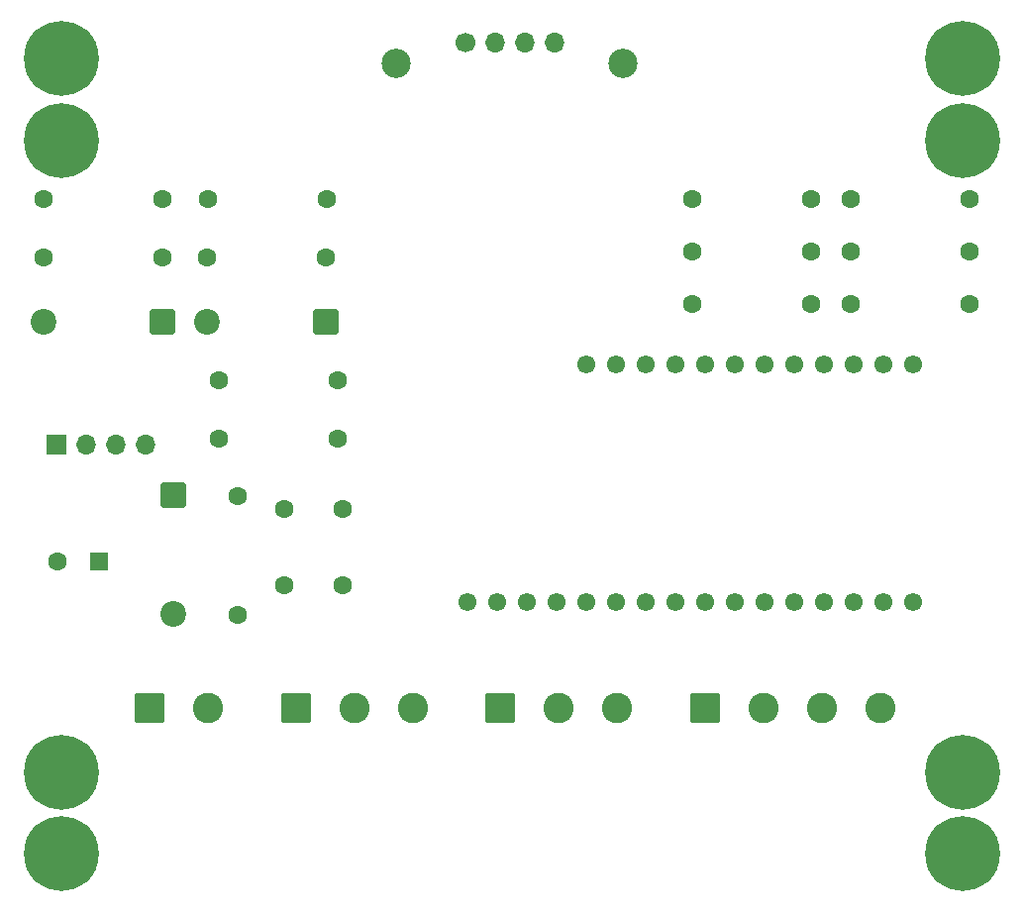
<source format=gbr>
%TF.GenerationSoftware,KiCad,Pcbnew,9.0.7*%
%TF.CreationDate,2026-02-23T21:28:53+11:00*%
%TF.ProjectId,esphome-sensor,65737068-6f6d-4652-9d73-656e736f722e,rev?*%
%TF.SameCoordinates,Original*%
%TF.FileFunction,Soldermask,Bot*%
%TF.FilePolarity,Negative*%
%FSLAX46Y46*%
G04 Gerber Fmt 4.6, Leading zero omitted, Abs format (unit mm)*
G04 Created by KiCad (PCBNEW 9.0.7) date 2026-02-23 21:28:53*
%MOMM*%
%LPD*%
G01*
G04 APERTURE LIST*
G04 Aperture macros list*
%AMRoundRect*
0 Rectangle with rounded corners*
0 $1 Rounding radius*
0 $2 $3 $4 $5 $6 $7 $8 $9 X,Y pos of 4 corners*
0 Add a 4 corners polygon primitive as box body*
4,1,4,$2,$3,$4,$5,$6,$7,$8,$9,$2,$3,0*
0 Add four circle primitives for the rounded corners*
1,1,$1+$1,$2,$3*
1,1,$1+$1,$4,$5*
1,1,$1+$1,$6,$7*
1,1,$1+$1,$8,$9*
0 Add four rect primitives between the rounded corners*
20,1,$1+$1,$2,$3,$4,$5,0*
20,1,$1+$1,$4,$5,$6,$7,0*
20,1,$1+$1,$6,$7,$8,$9,0*
20,1,$1+$1,$8,$9,$2,$3,0*%
G04 Aperture macros list end*
%ADD10C,6.400000*%
%ADD11C,1.600000*%
%ADD12RoundRect,0.250000X0.550000X0.550000X-0.550000X0.550000X-0.550000X-0.550000X0.550000X-0.550000X0*%
%ADD13R,1.700000X1.700000*%
%ADD14O,1.700000X1.700000*%
%ADD15RoundRect,0.250000X-1.050000X-1.050000X1.050000X-1.050000X1.050000X1.050000X-1.050000X1.050000X0*%
%ADD16C,2.600000*%
%ADD17RoundRect,0.249999X-0.850001X0.850001X-0.850001X-0.850001X0.850001X-0.850001X0.850001X0.850001X0*%
%ADD18C,2.200000*%
%ADD19C,2.500000*%
%ADD20C,1.700000*%
%ADD21C,1.550800*%
%ADD22RoundRect,0.249999X0.850001X0.850001X-0.850001X0.850001X-0.850001X-0.850001X0.850001X-0.850001X0*%
G04 APERTURE END LIST*
D10*
%TO.C,H8*%
X127000000Y-111000000D03*
%TD*%
%TO.C,H7*%
X50000000Y-111000000D03*
%TD*%
%TO.C,H6*%
X127000000Y-57000000D03*
%TD*%
%TO.C,H5*%
X50000000Y-57000000D03*
%TD*%
%TO.C,H2*%
X127000000Y-50000000D03*
%TD*%
D11*
%TO.C,R11*%
X62420000Y-67000000D03*
X72580000Y-67000000D03*
%TD*%
%TO.C,R6*%
X48420000Y-62000000D03*
X58580000Y-62000000D03*
%TD*%
D12*
%TO.C,C1*%
X53152700Y-93000000D03*
D11*
X49652700Y-93000000D03*
%TD*%
%TO.C,C3*%
X69000000Y-88500000D03*
X74000000Y-88500000D03*
%TD*%
%TO.C,R9*%
X117420000Y-66500000D03*
X127580000Y-66500000D03*
%TD*%
D10*
%TO.C,H3*%
X50000000Y-118000000D03*
%TD*%
D13*
%TO.C,U1*%
X49500000Y-83000000D03*
D14*
X52040000Y-83000000D03*
X54580000Y-83000000D03*
X57120000Y-83000000D03*
%TD*%
D11*
%TO.C,R2*%
X63420000Y-82500000D03*
X73580000Y-82500000D03*
%TD*%
%TO.C,C2*%
X69000000Y-95000000D03*
X74000000Y-95000000D03*
%TD*%
D10*
%TO.C,H4*%
X127000000Y-118000000D03*
%TD*%
D11*
%TO.C,R13*%
X117420000Y-71000000D03*
X127580000Y-71000000D03*
%TD*%
%TO.C,R1*%
X65000000Y-97580000D03*
X65000000Y-87420000D03*
%TD*%
D10*
%TO.C,H1*%
X50000000Y-50000000D03*
%TD*%
D11*
%TO.C,R8*%
X103920000Y-66500000D03*
X114080000Y-66500000D03*
%TD*%
%TO.C,R5*%
X127580000Y-62000000D03*
X117420000Y-62000000D03*
%TD*%
D15*
%TO.C,J5*%
X105000000Y-105500000D03*
D16*
X110000000Y-105500000D03*
X115000000Y-105500000D03*
X120000000Y-105500000D03*
%TD*%
D11*
%TO.C,R3*%
X63420000Y-77500000D03*
X73580000Y-77500000D03*
%TD*%
%TO.C,R7*%
X62500000Y-62000000D03*
X72660000Y-62000000D03*
%TD*%
D17*
%TO.C,D1*%
X59500000Y-87340000D03*
D18*
X59500000Y-97500000D03*
%TD*%
D19*
%TO.C,J2*%
X78547000Y-50424000D03*
X97947000Y-50424000D03*
D20*
X84500000Y-48646000D03*
D14*
X87040000Y-48646000D03*
X89580000Y-48646000D03*
X92120000Y-48646000D03*
%TD*%
D21*
%TO.C,U2*%
X94840000Y-76180000D03*
X97380000Y-76180000D03*
X99920000Y-76180000D03*
X102460000Y-76180000D03*
X105000000Y-76180000D03*
X107540000Y-76180000D03*
X110080000Y-76180000D03*
X112620000Y-76180000D03*
X115160000Y-76180000D03*
X117700000Y-76180000D03*
X120240000Y-76180000D03*
X122780000Y-76180000D03*
X122780000Y-96500000D03*
X120240000Y-96500000D03*
X117700000Y-96500000D03*
X115160000Y-96500000D03*
X112620000Y-96500000D03*
X110080000Y-96500000D03*
X107540000Y-96500000D03*
X105000000Y-96500000D03*
X102460000Y-96500000D03*
X99920000Y-96500000D03*
X97380000Y-96500000D03*
X94840000Y-96500000D03*
X92300000Y-96500000D03*
X89760000Y-96500000D03*
X87220000Y-96500000D03*
X84680000Y-96500000D03*
%TD*%
D11*
%TO.C,R12*%
X103920000Y-71000000D03*
X114080000Y-71000000D03*
%TD*%
%TO.C,R10*%
X48420000Y-67000000D03*
X58580000Y-67000000D03*
%TD*%
D15*
%TO.C,J3*%
X70000000Y-105500000D03*
D16*
X75000000Y-105500000D03*
X80000000Y-105500000D03*
%TD*%
D15*
%TO.C,J4*%
X87500000Y-105500000D03*
D16*
X92500000Y-105500000D03*
X97500000Y-105500000D03*
%TD*%
D22*
%TO.C,D3*%
X72580000Y-72500000D03*
D18*
X62420000Y-72500000D03*
%TD*%
D11*
%TO.C,R4*%
X114080000Y-62000000D03*
X103920000Y-62000000D03*
%TD*%
D22*
%TO.C,D2*%
X58580000Y-72500000D03*
D18*
X48420000Y-72500000D03*
%TD*%
D15*
%TO.C,J1*%
X57500000Y-105500000D03*
D16*
X62500000Y-105500000D03*
%TD*%
M02*

</source>
